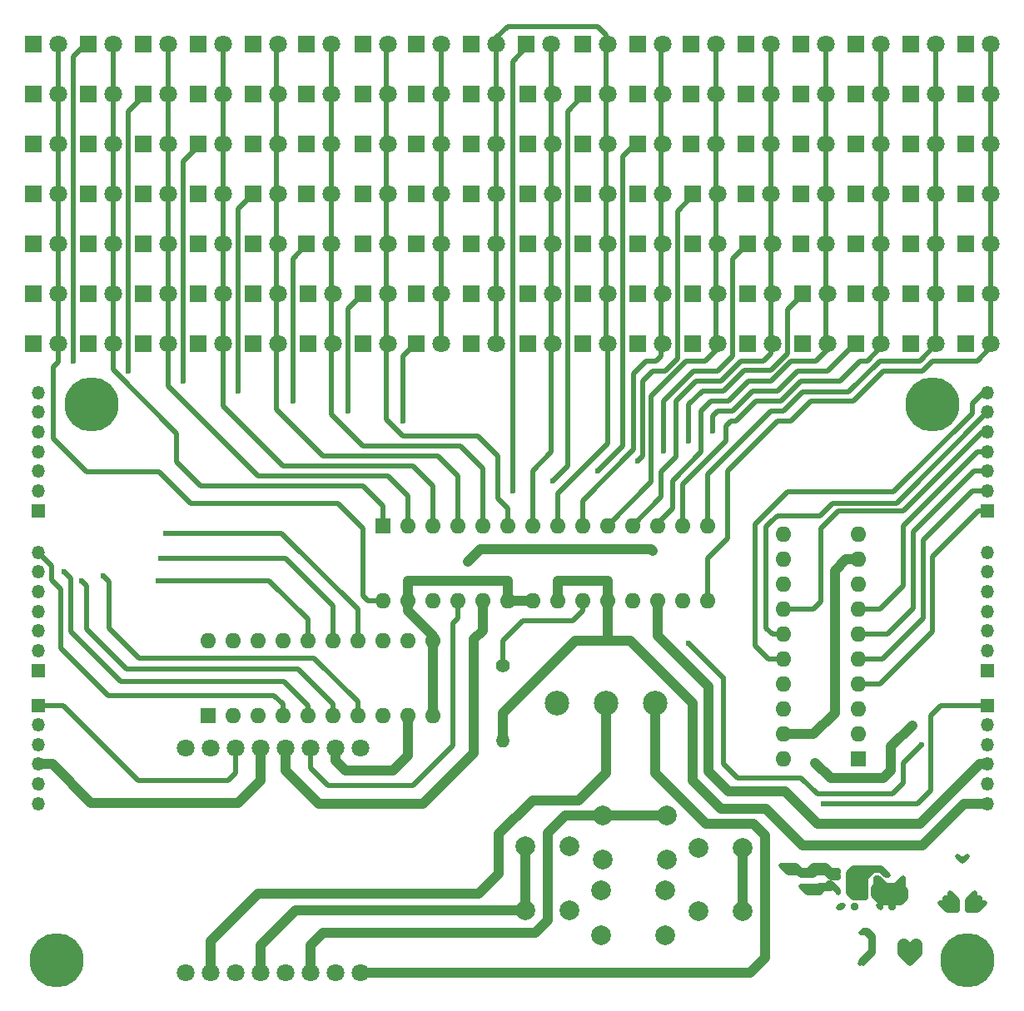
<source format=gbr>
G04 #@! TF.FileFunction,Copper,L1,Top,Signal*
%FSLAX46Y46*%
G04 Gerber Fmt 4.6, Leading zero omitted, Abs format (unit mm)*
G04 Created by KiCad (PCBNEW 4.0.7) date 01/18/18 14:45:31*
%MOMM*%
%LPD*%
G01*
G04 APERTURE LIST*
%ADD10C,0.100000*%
%ADD11R,1.800000X1.800000*%
%ADD12C,1.800000*%
%ADD13R,1.600000X1.600000*%
%ADD14O,1.600000X1.600000*%
%ADD15R,1.350000X1.350000*%
%ADD16O,1.350000X1.350000*%
%ADD17C,2.000000*%
%ADD18C,1.400000*%
%ADD19O,1.400000X1.400000*%
%ADD20C,2.500000*%
%ADD21C,5.500000*%
%ADD22C,0.600000*%
%ADD23C,0.500000*%
%ADD24C,1.000000*%
G04 APERTURE END LIST*
D10*
D11*
X99060000Y-77470000D03*
D12*
X101600000Y-77470000D03*
D13*
X183007000Y-150241000D03*
D14*
X175387000Y-127381000D03*
X183007000Y-147701000D03*
X175387000Y-129921000D03*
X183007000Y-145161000D03*
X175387000Y-132461000D03*
X183007000Y-142621000D03*
X175387000Y-135001000D03*
X183007000Y-140081000D03*
X175387000Y-137541000D03*
X183007000Y-137541000D03*
X175387000Y-140081000D03*
X183007000Y-135001000D03*
X175387000Y-142621000D03*
X183007000Y-132461000D03*
X175387000Y-145161000D03*
X183007000Y-129921000D03*
X175387000Y-147701000D03*
X183007000Y-127381000D03*
X175387000Y-150241000D03*
D15*
X196088000Y-141224000D03*
D16*
X196088000Y-139224000D03*
X196088000Y-137224000D03*
X196088000Y-135224000D03*
X196088000Y-133224000D03*
X196088000Y-131224000D03*
X196088000Y-129224000D03*
D17*
X166696000Y-159258000D03*
X171196000Y-159258000D03*
X166696000Y-165758000D03*
X171196000Y-165758000D03*
D13*
X116840000Y-145796000D03*
D14*
X139700000Y-138176000D03*
X119380000Y-145796000D03*
X137160000Y-138176000D03*
X121920000Y-145796000D03*
X134620000Y-138176000D03*
X124460000Y-145796000D03*
X132080000Y-138176000D03*
X127000000Y-145796000D03*
X129540000Y-138176000D03*
X129540000Y-145796000D03*
X127000000Y-138176000D03*
X132080000Y-145796000D03*
X124460000Y-138176000D03*
X134620000Y-145796000D03*
X121920000Y-138176000D03*
X137160000Y-145796000D03*
X119380000Y-138176000D03*
X139700000Y-145796000D03*
X116840000Y-138176000D03*
D13*
X134620000Y-126492000D03*
D14*
X167640000Y-134112000D03*
X137160000Y-126492000D03*
X165100000Y-134112000D03*
X139700000Y-126492000D03*
X162560000Y-134112000D03*
X142240000Y-126492000D03*
X160020000Y-134112000D03*
X144780000Y-126492000D03*
X157480000Y-134112000D03*
X147320000Y-126492000D03*
X154940000Y-134112000D03*
X149860000Y-126492000D03*
X152400000Y-134112000D03*
X152400000Y-126492000D03*
X149860000Y-134112000D03*
X154940000Y-126492000D03*
X147320000Y-134112000D03*
X157480000Y-126492000D03*
X144780000Y-134112000D03*
X160020000Y-126492000D03*
X142240000Y-134112000D03*
X162560000Y-126492000D03*
X139700000Y-134112000D03*
X165100000Y-126492000D03*
X137160000Y-134112000D03*
X167640000Y-126492000D03*
X134620000Y-134112000D03*
D18*
X146812000Y-140716000D03*
D19*
X146812000Y-148336000D03*
D11*
X166116000Y-107950000D03*
D12*
X168656000Y-107950000D03*
D11*
X143637000Y-107950000D03*
D12*
X146177000Y-107950000D03*
D11*
X177292000Y-107950000D03*
D12*
X179832000Y-107950000D03*
D11*
X99060000Y-82550000D03*
D12*
X101600000Y-82550000D03*
D11*
X99060000Y-87630000D03*
D12*
X101600000Y-87630000D03*
D11*
X99060000Y-92710000D03*
D12*
X101600000Y-92710000D03*
D11*
X99060000Y-97790000D03*
D12*
X101600000Y-97790000D03*
D11*
X99060000Y-102870000D03*
D12*
X101600000Y-102870000D03*
D11*
X99060000Y-107950000D03*
D12*
X101600000Y-107950000D03*
D11*
X104648000Y-77470000D03*
D12*
X107188000Y-77470000D03*
D11*
X104648000Y-82550000D03*
D12*
X107188000Y-82550000D03*
D11*
X104648000Y-87630000D03*
D12*
X107188000Y-87630000D03*
D11*
X104648000Y-92710000D03*
D12*
X107188000Y-92710000D03*
D11*
X104648000Y-97790000D03*
D12*
X107188000Y-97790000D03*
D11*
X104648000Y-102870000D03*
D12*
X107188000Y-102870000D03*
D11*
X104648000Y-107950000D03*
D12*
X107188000Y-107950000D03*
D11*
X110236000Y-77470000D03*
D12*
X112776000Y-77470000D03*
D11*
X110236000Y-82550000D03*
D12*
X112776000Y-82550000D03*
D11*
X110236000Y-87630000D03*
D12*
X112776000Y-87630000D03*
D11*
X110236000Y-92710000D03*
D12*
X112776000Y-92710000D03*
D11*
X110236000Y-97790000D03*
D12*
X112776000Y-97790000D03*
D11*
X110236000Y-102870000D03*
D12*
X112776000Y-102870000D03*
D11*
X110236000Y-107950000D03*
D12*
X112776000Y-107950000D03*
D11*
X115824000Y-77470000D03*
D12*
X118364000Y-77470000D03*
D11*
X115824000Y-82550000D03*
D12*
X118364000Y-82550000D03*
D11*
X115824000Y-87630000D03*
D12*
X118364000Y-87630000D03*
D11*
X115824000Y-92710000D03*
D12*
X118364000Y-92710000D03*
D11*
X115824000Y-97790000D03*
D12*
X118364000Y-97790000D03*
D11*
X115824000Y-102870000D03*
D12*
X118364000Y-102870000D03*
D11*
X115824000Y-107950000D03*
D12*
X118364000Y-107950000D03*
D11*
X121412000Y-77470000D03*
D12*
X123952000Y-77470000D03*
D11*
X121412000Y-82550000D03*
D12*
X123952000Y-82550000D03*
D11*
X121412000Y-87630000D03*
D12*
X123952000Y-87630000D03*
D11*
X121412000Y-92710000D03*
D12*
X123952000Y-92710000D03*
D11*
X121412000Y-97790000D03*
D12*
X123952000Y-97790000D03*
D11*
X121412000Y-102870000D03*
D12*
X123952000Y-102870000D03*
D11*
X121412000Y-107950000D03*
D12*
X123952000Y-107950000D03*
D11*
X126873000Y-77470000D03*
D12*
X129413000Y-77470000D03*
D11*
X126873000Y-82550000D03*
D12*
X129413000Y-82550000D03*
D11*
X126873000Y-87630000D03*
D12*
X129413000Y-87630000D03*
D11*
X126873000Y-92710000D03*
D12*
X129413000Y-92710000D03*
D11*
X126873000Y-97790000D03*
D12*
X129413000Y-97790000D03*
D11*
X127000000Y-102870000D03*
D12*
X129540000Y-102870000D03*
D11*
X127000000Y-107950000D03*
D12*
X129540000Y-107950000D03*
D11*
X132588000Y-77470000D03*
D12*
X135128000Y-77470000D03*
D11*
X132588000Y-82550000D03*
D12*
X135128000Y-82550000D03*
D11*
X132588000Y-87630000D03*
D12*
X135128000Y-87630000D03*
D11*
X132588000Y-92710000D03*
D12*
X135128000Y-92710000D03*
D11*
X132588000Y-97790000D03*
D12*
X135128000Y-97790000D03*
D11*
X132588000Y-102870000D03*
D12*
X135128000Y-102870000D03*
D11*
X132588000Y-107950000D03*
D12*
X135128000Y-107950000D03*
D11*
X138049000Y-77470000D03*
D12*
X140589000Y-77470000D03*
D11*
X138049000Y-82550000D03*
D12*
X140589000Y-82550000D03*
D11*
X138049000Y-87630000D03*
D12*
X140589000Y-87630000D03*
D11*
X138049000Y-92710000D03*
D12*
X140589000Y-92710000D03*
D11*
X138049000Y-97790000D03*
D12*
X140589000Y-97790000D03*
D11*
X138049000Y-102870000D03*
D12*
X140589000Y-102870000D03*
D11*
X138049000Y-107950000D03*
D12*
X140589000Y-107950000D03*
D11*
X143637000Y-77470000D03*
D12*
X146177000Y-77470000D03*
D11*
X143637000Y-82550000D03*
D12*
X146177000Y-82550000D03*
D11*
X143637000Y-87630000D03*
D12*
X146177000Y-87630000D03*
D11*
X143637000Y-92710000D03*
D12*
X146177000Y-92710000D03*
D11*
X143637000Y-97790000D03*
D12*
X146177000Y-97790000D03*
D11*
X143637000Y-102870000D03*
D12*
X146177000Y-102870000D03*
D11*
X149225000Y-77470000D03*
D12*
X151765000Y-77470000D03*
D11*
X149352000Y-82550000D03*
D12*
X151892000Y-82550000D03*
D11*
X149352000Y-87630000D03*
D12*
X151892000Y-87630000D03*
D11*
X149352000Y-92710000D03*
D12*
X151892000Y-92710000D03*
D11*
X149352000Y-97790000D03*
D12*
X151892000Y-97790000D03*
D11*
X149352000Y-102870000D03*
D12*
X151892000Y-102870000D03*
D11*
X149352000Y-107950000D03*
D12*
X151892000Y-107950000D03*
D11*
X154940000Y-77470000D03*
D12*
X157480000Y-77470000D03*
D11*
X154940000Y-82550000D03*
D12*
X157480000Y-82550000D03*
D11*
X154940000Y-87630000D03*
D12*
X157480000Y-87630000D03*
D11*
X154940000Y-92710000D03*
D12*
X157480000Y-92710000D03*
D11*
X154940000Y-97790000D03*
D12*
X157480000Y-97790000D03*
D11*
X154940000Y-102870000D03*
D12*
X157480000Y-102870000D03*
D11*
X154940000Y-107950000D03*
D12*
X157480000Y-107950000D03*
D11*
X160528000Y-77470000D03*
D12*
X163068000Y-77470000D03*
D11*
X160528000Y-82550000D03*
D12*
X163068000Y-82550000D03*
D11*
X160528000Y-87630000D03*
D12*
X163068000Y-87630000D03*
D11*
X160528000Y-92710000D03*
D12*
X163068000Y-92710000D03*
D11*
X160528000Y-97790000D03*
D12*
X163068000Y-97790000D03*
D11*
X160528000Y-102870000D03*
D12*
X163068000Y-102870000D03*
D11*
X160528000Y-107950000D03*
D12*
X163068000Y-107950000D03*
D11*
X165989000Y-77470000D03*
D12*
X168529000Y-77470000D03*
D11*
X165989000Y-82550000D03*
D12*
X168529000Y-82550000D03*
D11*
X165989000Y-87630000D03*
D12*
X168529000Y-87630000D03*
D11*
X166116000Y-92710000D03*
D12*
X168656000Y-92710000D03*
D11*
X166116000Y-97790000D03*
D12*
X168656000Y-97790000D03*
D11*
X166116000Y-102870000D03*
D12*
X168656000Y-102870000D03*
D11*
X171577000Y-77470000D03*
D12*
X174117000Y-77470000D03*
D11*
X171577000Y-82550000D03*
D12*
X174117000Y-82550000D03*
D11*
X171577000Y-87630000D03*
D12*
X174117000Y-87630000D03*
D11*
X171577000Y-92710000D03*
D12*
X174117000Y-92710000D03*
D11*
X171704000Y-97790000D03*
D12*
X174244000Y-97790000D03*
D11*
X171704000Y-102870000D03*
D12*
X174244000Y-102870000D03*
D11*
X171704000Y-107950000D03*
D12*
X174244000Y-107950000D03*
D11*
X177165000Y-77470000D03*
D12*
X179705000Y-77470000D03*
D11*
X177165000Y-82550000D03*
D12*
X179705000Y-82550000D03*
D11*
X177165000Y-87630000D03*
D12*
X179705000Y-87630000D03*
D11*
X177165000Y-92710000D03*
D12*
X179705000Y-92710000D03*
D11*
X177165000Y-97790000D03*
D12*
X179705000Y-97790000D03*
D11*
X177292000Y-102870000D03*
D12*
X179832000Y-102870000D03*
D11*
X182753000Y-77470000D03*
D12*
X185293000Y-77470000D03*
D11*
X182753000Y-82550000D03*
D12*
X185293000Y-82550000D03*
D11*
X182753000Y-87630000D03*
D12*
X185293000Y-87630000D03*
D11*
X182753000Y-92710000D03*
D12*
X185293000Y-92710000D03*
D11*
X182753000Y-97790000D03*
D12*
X185293000Y-97790000D03*
D11*
X182753000Y-102870000D03*
D12*
X185293000Y-102870000D03*
D11*
X182753000Y-107950000D03*
D12*
X185293000Y-107950000D03*
D11*
X188341000Y-77470000D03*
D12*
X190881000Y-77470000D03*
D11*
X188341000Y-82550000D03*
D12*
X190881000Y-82550000D03*
D11*
X188341000Y-87630000D03*
D12*
X190881000Y-87630000D03*
D11*
X188341000Y-92710000D03*
D12*
X190881000Y-92710000D03*
D11*
X188341000Y-97790000D03*
D12*
X190881000Y-97790000D03*
D11*
X188341000Y-102870000D03*
D12*
X190881000Y-102870000D03*
D11*
X188341000Y-107950000D03*
D12*
X190881000Y-107950000D03*
D11*
X193929000Y-77470000D03*
D12*
X196469000Y-77470000D03*
D11*
X193929000Y-82550000D03*
D12*
X196469000Y-82550000D03*
D11*
X193929000Y-87630000D03*
D12*
X196469000Y-87630000D03*
D11*
X193929000Y-92710000D03*
D12*
X196469000Y-92710000D03*
D11*
X193929000Y-97790000D03*
D12*
X196469000Y-97790000D03*
D11*
X193929000Y-102870000D03*
D12*
X196469000Y-102870000D03*
D11*
X193929000Y-107950000D03*
D12*
X196469000Y-107950000D03*
D15*
X99568000Y-144780000D03*
D16*
X99568000Y-146780000D03*
X99568000Y-148780000D03*
X99568000Y-150780000D03*
X99568000Y-152780000D03*
X99568000Y-154780000D03*
D15*
X99568000Y-124968000D03*
D16*
X99568000Y-122968000D03*
X99568000Y-120968000D03*
X99568000Y-118968000D03*
X99568000Y-116968000D03*
X99568000Y-114968000D03*
X99568000Y-112968000D03*
D15*
X99568000Y-141224000D03*
D16*
X99568000Y-139224000D03*
X99568000Y-137224000D03*
X99568000Y-135224000D03*
X99568000Y-133224000D03*
X99568000Y-131224000D03*
X99568000Y-129224000D03*
D15*
X196088000Y-124968000D03*
D16*
X196088000Y-122968000D03*
X196088000Y-120968000D03*
X196088000Y-118968000D03*
X196088000Y-116968000D03*
X196088000Y-114968000D03*
X196088000Y-112968000D03*
D15*
X196088000Y-144780000D03*
D16*
X196088000Y-146780000D03*
X196088000Y-148780000D03*
X196088000Y-150780000D03*
X196088000Y-152780000D03*
X196088000Y-154780000D03*
D20*
X157306000Y-144526000D03*
X152306000Y-144526000D03*
X162306000Y-144526000D03*
D17*
X156972000Y-160456000D03*
X156972000Y-155956000D03*
X163472000Y-160456000D03*
X163472000Y-155956000D03*
X153598000Y-165608000D03*
X149098000Y-165608000D03*
X153598000Y-159108000D03*
X149098000Y-159108000D03*
X163322000Y-163648000D03*
X163322000Y-168148000D03*
X156822000Y-163648000D03*
X156822000Y-168148000D03*
D21*
X101473000Y-170688000D03*
X194056000Y-170688000D03*
X105029000Y-114173000D03*
X190500000Y-114173000D03*
D12*
X114554000Y-149098000D03*
X117094000Y-149098000D03*
X119634000Y-149098000D03*
X122174000Y-149098000D03*
X124714000Y-149098000D03*
X127254000Y-149098000D03*
X129794000Y-149098000D03*
X132334000Y-149098000D03*
X132334000Y-171958000D03*
X129794000Y-171958000D03*
X127254000Y-171958000D03*
X124714000Y-171958000D03*
X122174000Y-171958000D03*
X119634000Y-171958000D03*
X117094000Y-171958000D03*
X114554000Y-171958000D03*
D22*
X179451000Y-154813000D03*
X176022000Y-157734000D03*
X162052000Y-129032000D03*
X143256000Y-130175000D03*
X178562000Y-150622000D03*
X188468000Y-146812000D03*
X165735000Y-138430000D03*
X189421000Y-148780000D03*
X169291000Y-141986000D03*
X103124000Y-109728000D03*
X108712000Y-110744000D03*
X114300000Y-111760000D03*
X119888000Y-112776000D03*
X125476000Y-113792000D03*
X131064000Y-114808000D03*
X136652000Y-115824000D03*
X111760000Y-132080000D03*
X147828000Y-122936000D03*
X112014000Y-129794000D03*
X151892000Y-121920000D03*
X112522000Y-127254000D03*
X156464000Y-120904000D03*
X106172000Y-131572000D03*
X160528000Y-119888000D03*
X104013000Y-132080000D03*
X163195000Y-118872000D03*
X165735000Y-117856000D03*
X102235000Y-131191000D03*
X168148000Y-116840000D03*
D23*
X193802000Y-160401000D02*
X193548000Y-160655000D01*
X194056000Y-160147000D02*
X193802000Y-160401000D01*
X193040000Y-160147000D02*
X193294000Y-160401000D01*
X193294000Y-160401000D02*
X193802000Y-160401000D01*
X193548000Y-160655000D02*
X193040000Y-160147000D01*
X194056000Y-165354000D02*
X194310000Y-165608000D01*
X194818000Y-165100000D02*
X194818000Y-165354000D01*
X194310000Y-165608000D02*
X194818000Y-165100000D01*
X194056000Y-165354000D02*
X194056000Y-165608000D01*
X195072000Y-165608000D02*
X194056000Y-165608000D01*
X195072000Y-165608000D02*
X195326000Y-165354000D01*
X195326000Y-165354000D02*
X195580000Y-165100000D01*
X194056000Y-164592000D02*
X194056000Y-165354000D01*
X195580000Y-165100000D02*
X194056000Y-165100000D01*
X194056000Y-164846000D02*
X195326000Y-164846000D01*
X194056000Y-165100000D02*
X194056000Y-164846000D01*
X195326000Y-164846000D02*
X195326000Y-164592000D01*
X195326000Y-164592000D02*
X194056000Y-164592000D01*
X194056000Y-164592000D02*
X194310000Y-164338000D01*
X194310000Y-164338000D02*
X194818000Y-164338000D01*
X194818000Y-163830000D02*
X194056000Y-164592000D01*
X194818000Y-164338000D02*
X195326000Y-164338000D01*
X195326000Y-164846000D02*
X195834000Y-164846000D01*
X195834000Y-164846000D02*
X195580000Y-165100000D01*
X195326000Y-164338000D02*
X195326000Y-164846000D01*
X194818000Y-163830000D02*
X194818000Y-164338000D01*
X192278000Y-164846000D02*
X192024000Y-164592000D01*
X192659000Y-165481000D02*
X192405000Y-165481000D01*
X192278000Y-164592000D02*
X192278000Y-164846000D01*
X192278000Y-164846000D02*
X192278000Y-165354000D01*
X192532000Y-164846000D02*
X192278000Y-164592000D01*
X192532000Y-165354000D02*
X192532000Y-164846000D01*
X192405000Y-165481000D02*
X192532000Y-165354000D01*
X192278000Y-165354000D02*
X192278000Y-165100000D01*
X192278000Y-165100000D02*
X192278000Y-165354000D01*
X193040000Y-164973000D02*
X193040000Y-165100000D01*
X193040000Y-165100000D02*
X192659000Y-165481000D01*
X192659000Y-165481000D02*
X192532000Y-165608000D01*
X191770000Y-164846000D02*
X191262000Y-164846000D01*
X192024000Y-165608000D02*
X193040000Y-165608000D01*
X191262000Y-164846000D02*
X192024000Y-165608000D01*
X192532000Y-165608000D02*
X192278000Y-165354000D01*
X192278000Y-165354000D02*
X191770000Y-164846000D01*
X193040000Y-165608000D02*
X193040000Y-164973000D01*
X193040000Y-165100000D02*
X192278000Y-164338000D01*
X192532000Y-165608000D02*
X193040000Y-165608000D01*
X193040000Y-165354000D02*
X193040000Y-164592000D01*
X192786000Y-164338000D02*
X193040000Y-164592000D01*
X191770000Y-164338000D02*
X192278000Y-164338000D01*
X191770000Y-164338000D02*
X191770000Y-164846000D01*
X192278000Y-164338000D02*
X192278000Y-163830000D01*
X192278000Y-163830000D02*
X192786000Y-164338000D01*
X193040000Y-165608000D02*
X193040000Y-165354000D01*
X183515000Y-167640000D02*
X183896000Y-167640000D01*
X183515000Y-170942000D02*
X183515000Y-171069000D01*
X184531000Y-169926000D02*
X183515000Y-170942000D01*
X184531000Y-168275000D02*
X184531000Y-169926000D01*
X183896000Y-167640000D02*
X184531000Y-168275000D01*
X183261000Y-167894000D02*
X183769000Y-167894000D01*
X183261000Y-170942000D02*
X183134000Y-171069000D01*
X183261000Y-170815000D02*
X183261000Y-170942000D01*
X184277000Y-169799000D02*
X183261000Y-170815000D01*
X184277000Y-168402000D02*
X184277000Y-169799000D01*
X183769000Y-167894000D02*
X184277000Y-168402000D01*
X188976000Y-169799000D02*
X188214000Y-170561000D01*
X188214000Y-170561000D02*
X188214000Y-170307000D01*
X188214000Y-170307000D02*
X188214000Y-170561000D01*
X188976000Y-170053000D02*
X188976000Y-169799000D01*
X188976000Y-169799000D02*
X188976000Y-169291000D01*
X188976000Y-169291000D02*
X188722000Y-169291000D01*
X188722000Y-168783000D02*
X188722000Y-169291000D01*
X188722000Y-169291000D02*
X188722000Y-169545000D01*
X188722000Y-168783000D02*
X188722000Y-169037000D01*
X188722000Y-169037000D02*
X188722000Y-168783000D01*
X188214000Y-170561000D02*
X188468000Y-170561000D01*
X188468000Y-170561000D02*
X188976000Y-170053000D01*
X187452000Y-169799000D02*
X188214000Y-170561000D01*
X188214000Y-170561000D02*
X188214000Y-170561000D01*
X188976000Y-170053000D02*
X188976000Y-170307000D01*
X187452000Y-169799000D02*
X187960000Y-169799000D01*
X187960000Y-169799000D02*
X188214000Y-169545000D01*
X188214000Y-169545000D02*
X188722000Y-169545000D01*
X188722000Y-169545000D02*
X188214000Y-170053000D01*
X187452000Y-169291000D02*
X187452000Y-169799000D01*
X187706000Y-169545000D02*
X187706000Y-168783000D01*
X188214000Y-169545000D02*
X187706000Y-169545000D01*
X187706000Y-168783000D02*
X187706000Y-169037000D01*
X187706000Y-169037000D02*
X187706000Y-168783000D01*
X187706000Y-168783000D02*
X187452000Y-168783000D01*
X187452000Y-168783000D02*
X187198000Y-169037000D01*
X187198000Y-169037000D02*
X187198000Y-170053000D01*
X187198000Y-170053000D02*
X188214000Y-171069000D01*
X188214000Y-171069000D02*
X188976000Y-170307000D01*
X187960000Y-169037000D02*
X187706000Y-168783000D01*
X188976000Y-170307000D02*
X189230000Y-170053000D01*
X189230000Y-170053000D02*
X189230000Y-169037000D01*
X189230000Y-169037000D02*
X188976000Y-168783000D01*
X188976000Y-168783000D02*
X188722000Y-168783000D01*
X188722000Y-168783000D02*
X188722000Y-168783000D01*
X188722000Y-168783000D02*
X188214000Y-169291000D01*
X188214000Y-169291000D02*
X187960000Y-169037000D01*
X187706000Y-168783000D02*
X187706000Y-168783000D01*
X179324000Y-163068000D02*
X178816000Y-163576000D01*
X177927000Y-163576000D02*
X177800000Y-163449000D01*
X178816000Y-163576000D02*
X177927000Y-163576000D01*
X177800000Y-163830000D02*
X179070000Y-163830000D01*
X178943000Y-163195000D02*
X179070000Y-163068000D01*
X179578000Y-163068000D02*
X179324000Y-163068000D01*
X179324000Y-163068000D02*
X179070000Y-163068000D01*
X177165000Y-163195000D02*
X178943000Y-163195000D01*
X179070000Y-163830000D02*
X179451000Y-163449000D01*
X180213000Y-163449000D02*
X179451000Y-163449000D01*
X180213000Y-163068000D02*
X180213000Y-162814000D01*
X179578000Y-163068000D02*
X180213000Y-163068000D01*
X177165000Y-163195000D02*
X177800000Y-163830000D01*
X176657000Y-161290000D02*
X176530000Y-161417000D01*
X176530000Y-161417000D02*
X176276000Y-161671000D01*
X176276000Y-161671000D02*
X176403000Y-161798000D01*
X175895000Y-161290000D02*
X176403000Y-161798000D01*
X176403000Y-161798000D02*
X176149000Y-161798000D01*
X179705000Y-161290000D02*
X179451000Y-161544000D01*
X178689000Y-161544000D02*
X178689000Y-161290000D01*
X178435000Y-161544000D02*
X178689000Y-161544000D01*
X178943000Y-161544000D02*
X178435000Y-161544000D01*
X179197000Y-161290000D02*
X178943000Y-161544000D01*
X179451000Y-161544000D02*
X179197000Y-161290000D01*
X180975000Y-162052000D02*
X179959000Y-162052000D01*
X180213000Y-162306000D02*
X180975000Y-162306000D01*
X180975000Y-162306000D02*
X180975000Y-162052000D01*
X180213000Y-162052000D02*
X180213000Y-162306000D01*
X179959000Y-162052000D02*
X180213000Y-162052000D01*
X178689000Y-161798000D02*
X179705000Y-161798000D01*
X179705000Y-161798000D02*
X180213000Y-162306000D01*
X176657000Y-161798000D02*
X176911000Y-161798000D01*
X176149000Y-161798000D02*
X176657000Y-161798000D01*
X178435000Y-162052000D02*
X178689000Y-161798000D01*
X177165000Y-162052000D02*
X178435000Y-162052000D01*
X176911000Y-161798000D02*
X177165000Y-162052000D01*
X175387000Y-161290000D02*
X175895000Y-161798000D01*
X175895000Y-161798000D02*
X176149000Y-161798000D01*
X180213000Y-162306000D02*
X180213000Y-162306000D01*
X175133000Y-161036000D02*
X175387000Y-161290000D01*
X175387000Y-161036000D02*
X175133000Y-161036000D01*
X176911000Y-161544000D02*
X176657000Y-161290000D01*
X175387000Y-161290000D02*
X175895000Y-161290000D01*
X175895000Y-161290000D02*
X176911000Y-161290000D01*
X176911000Y-161290000D02*
X176657000Y-161290000D01*
X178689000Y-161290000D02*
X178181000Y-161798000D01*
X178181000Y-161798000D02*
X177165000Y-161798000D01*
X177165000Y-161798000D02*
X176911000Y-161544000D01*
X176657000Y-161036000D02*
X175387000Y-161036000D01*
X176657000Y-161036000D02*
X177165000Y-161544000D01*
X180975000Y-161544000D02*
X180213000Y-161544000D01*
X180213000Y-161544000D02*
X179705000Y-161036000D01*
X179705000Y-161036000D02*
X178435000Y-161036000D01*
X178435000Y-161036000D02*
X177927000Y-161544000D01*
X177927000Y-161544000D02*
X177165000Y-161544000D01*
X180975000Y-161798000D02*
X180213000Y-161798000D01*
X178689000Y-161290000D02*
X178689000Y-161290000D01*
X180213000Y-161798000D02*
X179705000Y-161290000D01*
X180975000Y-161544000D02*
X180975000Y-161798000D01*
X180848000Y-163703000D02*
X180975000Y-163830000D01*
X179959000Y-162814000D02*
X180213000Y-162814000D01*
X180975000Y-163576000D02*
X180213000Y-162814000D01*
X180213000Y-162814000D02*
X180213000Y-162814000D01*
X180848000Y-163703000D02*
X179959000Y-162814000D01*
X180975000Y-163830000D02*
X180848000Y-163703000D01*
X185547000Y-163322000D02*
X185547000Y-163576000D01*
X185547000Y-163576000D02*
X185293000Y-163830000D01*
X186817000Y-163322000D02*
X186817000Y-163830000D01*
X186817000Y-163830000D02*
X187071000Y-163830000D01*
X186055000Y-163322000D02*
X186055000Y-163830000D01*
X186055000Y-163830000D02*
X186309000Y-163830000D01*
X187198000Y-162687000D02*
X187198000Y-163449000D01*
X187198000Y-163449000D02*
X187325000Y-163576000D01*
X185293000Y-163830000D02*
X186309000Y-163830000D01*
X186309000Y-163830000D02*
X186563000Y-163576000D01*
X185801000Y-163576000D02*
X185547000Y-163322000D01*
X185547000Y-163322000D02*
X185039000Y-162814000D01*
X185039000Y-162814000D02*
X185039000Y-163322000D01*
X187579000Y-163322000D02*
X186817000Y-163322000D01*
X186817000Y-163322000D02*
X186055000Y-163322000D01*
X186055000Y-163322000D02*
X185293000Y-163322000D01*
X187833000Y-163830000D02*
X187071000Y-163830000D01*
X187071000Y-163830000D02*
X185293000Y-163830000D01*
X185547000Y-164338000D02*
X185293000Y-164338000D01*
X185039000Y-164084000D02*
X185039000Y-164338000D01*
X185293000Y-164338000D02*
X185039000Y-164084000D01*
X185547000Y-164084000D02*
X185547000Y-164338000D01*
X185547000Y-164338000D02*
X185293000Y-164592000D01*
X185547000Y-164084000D02*
X185801000Y-164084000D01*
X185801000Y-164084000D02*
X186055000Y-164338000D01*
X187833000Y-164338000D02*
X186309000Y-164338000D01*
X187579000Y-164084000D02*
X185547000Y-164084000D01*
X185547000Y-164084000D02*
X185293000Y-163830000D01*
X185293000Y-163830000D02*
X185039000Y-163576000D01*
X185039000Y-163576000D02*
X185039000Y-163322000D01*
X184785000Y-163322000D02*
X184785000Y-164084000D01*
X184785000Y-164084000D02*
X185039000Y-164338000D01*
X185039000Y-164338000D02*
X185293000Y-164592000D01*
X185293000Y-164592000D02*
X187579000Y-164592000D01*
X185039000Y-163322000D02*
X184785000Y-163322000D01*
X184785000Y-163322000D02*
X184531000Y-163322000D01*
X187833000Y-164084000D02*
X187833000Y-163830000D01*
X187833000Y-163830000D02*
X187833000Y-163576000D01*
X184785000Y-163068000D02*
X184531000Y-163322000D01*
X184785000Y-162306000D02*
X184785000Y-163068000D01*
X185039000Y-162306000D02*
X184785000Y-162306000D01*
X185801000Y-163068000D02*
X185039000Y-162306000D01*
X186817000Y-163068000D02*
X185801000Y-163068000D01*
X187833000Y-163576000D02*
X187579000Y-163322000D01*
X187579000Y-163322000D02*
X187579000Y-162306000D01*
X187579000Y-162306000D02*
X187198000Y-162687000D01*
X187198000Y-162687000D02*
X186817000Y-163068000D01*
X187833000Y-164084000D02*
X187579000Y-164084000D01*
X187071000Y-164846000D02*
X187325000Y-164846000D01*
X184531000Y-163322000D02*
X184531000Y-164084000D01*
X184531000Y-164084000D02*
X185293000Y-164846000D01*
X185293000Y-164846000D02*
X187071000Y-164846000D01*
X187325000Y-164846000D02*
X187579000Y-164592000D01*
X187579000Y-164592000D02*
X187833000Y-164338000D01*
X187833000Y-164338000D02*
X187833000Y-164084000D01*
X186309000Y-165100000D02*
X186309000Y-165354000D01*
X186563000Y-165354000D02*
X186563000Y-165100000D01*
X186309000Y-165354000D02*
X186563000Y-165354000D01*
X185039000Y-165100000D02*
X185293000Y-165354000D01*
X185293000Y-165354000D02*
X185293000Y-165100000D01*
X182499000Y-165100000D02*
X182499000Y-165354000D01*
X182499000Y-165354000D02*
X182753000Y-165354000D01*
X182753000Y-165100000D02*
X182499000Y-165100000D01*
X182753000Y-165354000D02*
X182753000Y-165100000D01*
X180975000Y-165354000D02*
X181229000Y-165354000D01*
X181229000Y-165100000D02*
X180975000Y-165354000D01*
X181483000Y-165100000D02*
X181229000Y-165100000D01*
X181229000Y-165354000D02*
X181483000Y-165100000D01*
X182499000Y-164338000D02*
X183515000Y-164338000D01*
X181991000Y-163830000D02*
X181991000Y-161798000D01*
X181991000Y-161798000D02*
X182499000Y-161290000D01*
X182499000Y-161290000D02*
X185293000Y-161290000D01*
X185293000Y-161290000D02*
X186055000Y-162052000D01*
X186055000Y-162052000D02*
X185801000Y-162052000D01*
X185801000Y-162052000D02*
X185293000Y-161544000D01*
X185293000Y-161544000D02*
X184785000Y-161544000D01*
X182499000Y-164338000D02*
X181991000Y-163830000D01*
X182626000Y-163957000D02*
X182880000Y-163703000D01*
X182880000Y-163703000D02*
X182372000Y-163703000D01*
X182372000Y-163703000D02*
X182880000Y-163195000D01*
X182880000Y-163195000D02*
X182626000Y-162941000D01*
X182880000Y-163703000D02*
X182880000Y-162687000D01*
X183007000Y-162560000D02*
X183261000Y-162306000D01*
X183261000Y-162306000D02*
X183261000Y-162814000D01*
X182880000Y-162687000D02*
X183007000Y-162560000D01*
X183515000Y-164338000D02*
X183515000Y-162560000D01*
X183515000Y-162560000D02*
X183515000Y-162306000D01*
X183515000Y-162306000D02*
X183515000Y-162560000D01*
X183261000Y-164084000D02*
X182880000Y-163703000D01*
X183261000Y-164084000D02*
X183261000Y-162814000D01*
X183769000Y-161925000D02*
X183769000Y-162306000D01*
X183769000Y-162306000D02*
X183515000Y-162560000D01*
X183515000Y-162560000D02*
X183261000Y-162814000D01*
X183769000Y-161925000D02*
X183388000Y-161925000D01*
X183388000Y-161925000D02*
X183007000Y-162306000D01*
X183261000Y-162814000D02*
X183261000Y-161925000D01*
X183261000Y-161925000D02*
X183261000Y-162052000D01*
X183261000Y-162052000D02*
X183261000Y-161925000D01*
X182372000Y-161925000D02*
X182372000Y-163703000D01*
X182372000Y-163703000D02*
X182626000Y-163957000D01*
X182626000Y-163957000D02*
X182753000Y-164084000D01*
X184150000Y-161925000D02*
X183769000Y-161925000D01*
X183769000Y-161925000D02*
X183261000Y-161925000D01*
X183261000Y-161925000D02*
X182372000Y-161925000D01*
X182372000Y-161925000D02*
X182245000Y-162052000D01*
X183515000Y-164338000D02*
X183769000Y-164338000D01*
X183769000Y-164338000D02*
X183769000Y-162306000D01*
X183007000Y-161544000D02*
X184785000Y-161544000D01*
X184531000Y-161544000D02*
X184785000Y-161544000D01*
X184277000Y-161798000D02*
X184150000Y-161925000D01*
X183769000Y-162306000D02*
X184277000Y-161798000D01*
X184150000Y-161925000D02*
X184531000Y-161544000D01*
X182626000Y-161671000D02*
X182626000Y-162941000D01*
X182626000Y-162941000D02*
X182753000Y-163068000D01*
X182499000Y-161798000D02*
X182626000Y-161671000D01*
X182626000Y-161671000D02*
X182753000Y-161544000D01*
X107188000Y-107950000D02*
X107188000Y-110617000D01*
X113665000Y-117094000D02*
X113665000Y-120015000D01*
X107188000Y-110617000D02*
X113665000Y-117094000D01*
X107188000Y-108712000D02*
X107188000Y-107950000D01*
X116078000Y-122428000D02*
X132588000Y-122428000D01*
X132588000Y-122428000D02*
X134620000Y-124460000D01*
X134620000Y-126492000D02*
X134620000Y-124460000D01*
X113665000Y-120015000D02*
X116078000Y-122428000D01*
X107188000Y-102870000D02*
X107188000Y-107950000D01*
X107188000Y-97790000D02*
X107188000Y-102870000D01*
X107188000Y-92710000D02*
X107188000Y-97790000D01*
X107188000Y-87630000D02*
X107188000Y-92710000D01*
X107188000Y-82550000D02*
X107188000Y-87630000D01*
X107188000Y-77470000D02*
X107188000Y-82550000D01*
X169672000Y-127762000D02*
X169672000Y-120904000D01*
X176149000Y-115824000D02*
X178181000Y-113792000D01*
X174752000Y-115824000D02*
X176149000Y-115824000D01*
X169672000Y-120904000D02*
X174752000Y-115824000D01*
X185547000Y-110744000D02*
X182499000Y-113792000D01*
X182499000Y-113792000D02*
X178181000Y-113792000D01*
X190500000Y-109728000D02*
X195072000Y-109728000D01*
X196469000Y-108331000D02*
X195072000Y-109728000D01*
X167640000Y-129794000D02*
X167640000Y-134112000D01*
X167640000Y-129794000D02*
X169672000Y-127762000D01*
X189484000Y-110744000D02*
X190500000Y-109728000D01*
X185547000Y-110744000D02*
X189484000Y-110744000D01*
X196469000Y-108331000D02*
X196469000Y-107950000D01*
X196596000Y-108077000D02*
X196469000Y-107950000D01*
X196469000Y-102870000D02*
X196469000Y-107950000D01*
X196469000Y-97790000D02*
X196469000Y-102870000D01*
X196469000Y-92710000D02*
X196469000Y-97790000D01*
X196469000Y-87630000D02*
X196469000Y-92710000D01*
X196469000Y-82550000D02*
X196469000Y-87630000D01*
X196469000Y-77470000D02*
X196469000Y-82550000D01*
X112776000Y-107950000D02*
X112776000Y-112268000D01*
X121920000Y-121412000D02*
X112776000Y-112268000D01*
X137160000Y-123444000D02*
X137160000Y-126492000D01*
X137160000Y-123444000D02*
X135128000Y-121412000D01*
X135128000Y-121412000D02*
X121920000Y-121412000D01*
X112776000Y-82550000D02*
X112776000Y-77470000D01*
X112776000Y-87630000D02*
X112776000Y-82550000D01*
X112776000Y-92710000D02*
X112776000Y-87630000D01*
X112776000Y-97790000D02*
X112776000Y-92710000D01*
X112776000Y-102870000D02*
X112776000Y-97790000D01*
X112776000Y-107950000D02*
X112776000Y-102870000D01*
X139700000Y-126492000D02*
X139700000Y-122428000D01*
X137668000Y-120396000D02*
X139700000Y-122428000D01*
X124460000Y-120396000D02*
X118364000Y-114300000D01*
X118364000Y-114300000D02*
X118364000Y-107950000D01*
X124460000Y-120396000D02*
X137668000Y-120396000D01*
X118364000Y-102870000D02*
X118364000Y-107950000D01*
X118364000Y-97790000D02*
X118364000Y-102870000D01*
X118364000Y-92710000D02*
X118364000Y-97790000D01*
X118364000Y-87630000D02*
X118364000Y-92710000D01*
X118364000Y-82550000D02*
X118364000Y-87630000D01*
X118364000Y-77470000D02*
X118364000Y-82550000D01*
D24*
X195295000Y-150780000D02*
X196088000Y-150780000D01*
X192405000Y-153670000D02*
X195295000Y-150780000D01*
X188341000Y-156845000D02*
X178816000Y-156845000D01*
X167767000Y-142875000D02*
X162560000Y-137668000D01*
X162560000Y-137668000D02*
X162560000Y-134112000D01*
X167767000Y-151511000D02*
X167767000Y-142875000D01*
X169799000Y-153543000D02*
X167767000Y-151511000D01*
X175514000Y-153543000D02*
X178816000Y-156845000D01*
X169799000Y-153543000D02*
X175514000Y-153543000D01*
X189230000Y-156845000D02*
X192405000Y-153670000D01*
X188341000Y-156845000D02*
X189230000Y-156845000D01*
X195295000Y-150780000D02*
X195072000Y-151003000D01*
D23*
X142240000Y-126492000D02*
X142240000Y-121412000D01*
X142240000Y-121412000D02*
X140208000Y-119380000D01*
X123825000Y-107950000D02*
X123825000Y-114681000D01*
X140208000Y-119380000D02*
X128524000Y-119380000D01*
X123825000Y-114681000D02*
X128524000Y-119380000D01*
X123825000Y-82550000D02*
X123825000Y-77470000D01*
X123825000Y-87630000D02*
X123825000Y-82550000D01*
X123825000Y-92710000D02*
X123825000Y-87630000D01*
X123825000Y-97790000D02*
X123825000Y-92710000D01*
X123825000Y-102870000D02*
X123825000Y-97790000D01*
X123825000Y-107950000D02*
X123825000Y-102870000D01*
X119634000Y-149098000D02*
X119634000Y-151638000D01*
X118872000Y-152400000D02*
X119634000Y-151638000D01*
X102108000Y-144780000D02*
X99568000Y-144780000D01*
X109728000Y-152400000D02*
X118872000Y-152400000D01*
X102108000Y-144780000D02*
X109728000Y-152400000D01*
X190373000Y-145796000D02*
X190373000Y-153416000D01*
X188976000Y-154813000D02*
X179451000Y-154813000D01*
X190373000Y-153416000D02*
X188976000Y-154813000D01*
X191389000Y-144780000D02*
X196088000Y-144780000D01*
X190373000Y-145796000D02*
X191389000Y-144780000D01*
X144780000Y-120650000D02*
X142494000Y-118364000D01*
X142494000Y-118364000D02*
X132588000Y-118364000D01*
X132588000Y-118364000D02*
X129413000Y-115189000D01*
X129413000Y-107950000D02*
X129413000Y-115189000D01*
X144780000Y-120650000D02*
X144780000Y-126492000D01*
X129413000Y-82550000D02*
X129413000Y-77470000D01*
X129413000Y-87630000D02*
X129413000Y-82550000D01*
X129413000Y-92710000D02*
X129413000Y-87630000D01*
X129413000Y-97790000D02*
X129413000Y-92710000D01*
X129413000Y-102870000D02*
X129413000Y-97790000D01*
X129413000Y-107950000D02*
X129413000Y-102870000D01*
D24*
X189230000Y-159004000D02*
X189484000Y-159004000D01*
X193708000Y-154780000D02*
X196088000Y-154780000D01*
X189484000Y-159004000D02*
X193708000Y-154780000D01*
X196088000Y-154780000D02*
X195994000Y-154780000D01*
X189230000Y-159004000D02*
X177292000Y-159004000D01*
X177292000Y-159004000D02*
X176022000Y-157734000D01*
X176022000Y-157734000D02*
X173609000Y-155321000D01*
X166116000Y-152400000D02*
X166116000Y-144526000D01*
X169037000Y-155321000D02*
X166116000Y-152400000D01*
X169037000Y-155321000D02*
X173609000Y-155321000D01*
X157480000Y-138176000D02*
X159766000Y-138176000D01*
X166116000Y-144526000D02*
X159766000Y-138176000D01*
X154178000Y-138176000D02*
X157480000Y-138176000D01*
X146812000Y-145542000D02*
X154178000Y-138176000D01*
X146812000Y-148336000D02*
X146812000Y-145542000D01*
X157480000Y-138176000D02*
X157480000Y-134112000D01*
X152400000Y-134112000D02*
X152400000Y-132080000D01*
X157480000Y-132080000D02*
X157480000Y-134112000D01*
X152400000Y-132080000D02*
X157480000Y-132080000D01*
D23*
X147320000Y-126492000D02*
X147320000Y-124714000D01*
X146304000Y-123698000D02*
X146304000Y-119380000D01*
X147320000Y-124714000D02*
X146304000Y-123698000D01*
X135001000Y-115697000D02*
X135001000Y-107950000D01*
X144272000Y-117348000D02*
X146304000Y-119380000D01*
X136652000Y-117348000D02*
X144272000Y-117348000D01*
X135001000Y-115697000D02*
X136652000Y-117348000D01*
X135001000Y-102870000D02*
X135001000Y-107950000D01*
X135001000Y-97790000D02*
X135001000Y-102870000D01*
X135001000Y-92710000D02*
X135001000Y-97790000D01*
X135001000Y-87630000D02*
X135001000Y-91821000D01*
X135001000Y-91821000D02*
X135001000Y-92710000D01*
X135001000Y-87630000D02*
X135001000Y-83439000D01*
X135001000Y-83439000D02*
X135001000Y-82550000D01*
X135001000Y-77470000D02*
X135001000Y-82550000D01*
X154940000Y-134112000D02*
X154940000Y-135128000D01*
X148844000Y-136144000D02*
X153924000Y-136144000D01*
X146812000Y-138176000D02*
X148844000Y-136144000D01*
X146812000Y-138176000D02*
X146812000Y-140716000D01*
X153924000Y-136144000D02*
X154940000Y-135128000D01*
X149860000Y-126492000D02*
X149860000Y-120904000D01*
X151765000Y-118999000D02*
X151765000Y-107950000D01*
X149860000Y-120904000D02*
X151765000Y-118999000D01*
X140716000Y-108077000D02*
X140589000Y-107950000D01*
X140589000Y-77470000D02*
X140589000Y-82550000D01*
X140589000Y-87630000D02*
X140589000Y-82550000D01*
X140589000Y-92710000D02*
X140589000Y-87630000D01*
X140589000Y-97790000D02*
X140589000Y-92710000D01*
X140589000Y-102870000D02*
X140589000Y-97790000D01*
X140589000Y-107950000D02*
X140589000Y-102870000D01*
X151765000Y-82550000D02*
X151765000Y-77470000D01*
X151765000Y-87630000D02*
X151765000Y-82550000D01*
X151765000Y-92710000D02*
X151765000Y-87630000D01*
X151765000Y-97790000D02*
X151765000Y-92710000D01*
X151765000Y-102870000D02*
X151765000Y-97790000D01*
X151765000Y-107950000D02*
X151765000Y-102870000D01*
X152400000Y-126492000D02*
X152400000Y-123190000D01*
X152400000Y-123190000D02*
X157480000Y-118110000D01*
X157480000Y-118110000D02*
X157480000Y-108077000D01*
X157480000Y-108077000D02*
X157353000Y-107950000D01*
X146177000Y-77470000D02*
X146177000Y-76835000D01*
X146177000Y-76835000D02*
X147320000Y-75692000D01*
X156464000Y-75692000D02*
X157353000Y-76581000D01*
X147320000Y-75692000D02*
X156464000Y-75692000D01*
X157353000Y-76581000D02*
X157353000Y-77470000D01*
X146177000Y-102870000D02*
X146177000Y-107950000D01*
X146177000Y-97790000D02*
X146177000Y-102870000D01*
X146177000Y-92710000D02*
X146177000Y-97790000D01*
X146177000Y-87630000D02*
X146177000Y-92710000D01*
X146177000Y-82550000D02*
X146177000Y-87630000D01*
X146177000Y-77470000D02*
X146177000Y-82550000D01*
X157353000Y-107950000D02*
X157353000Y-102870000D01*
X157353000Y-102870000D02*
X157353000Y-97790000D01*
X157353000Y-97790000D02*
X157353000Y-92710000D01*
X157353000Y-92710000D02*
X157353000Y-87630000D01*
X157353000Y-87630000D02*
X157353000Y-82550000D01*
X157353000Y-82550000D02*
X157353000Y-77470000D01*
D24*
X180594000Y-131064000D02*
X180594000Y-145542000D01*
X181737000Y-129921000D02*
X180594000Y-131064000D01*
X183007000Y-129921000D02*
X181737000Y-129921000D01*
X178435000Y-147701000D02*
X175387000Y-147701000D01*
X180594000Y-145542000D02*
X178435000Y-147701000D01*
X137160000Y-145796000D02*
X137160000Y-149860000D01*
X137160000Y-149860000D02*
X135636000Y-151384000D01*
X139700000Y-145796000D02*
X139700000Y-138176000D01*
X137160000Y-134112000D02*
X137160000Y-135128000D01*
X137160000Y-135128000D02*
X139700000Y-137668000D01*
X139700000Y-138176000D02*
X139700000Y-137668000D01*
X99696000Y-152908000D02*
X99568000Y-152780000D01*
X147320000Y-134112000D02*
X149860000Y-134112000D01*
X137160000Y-134112000D02*
X137160000Y-132080000D01*
X147320000Y-132080000D02*
X147320000Y-134112000D01*
X137160000Y-132080000D02*
X147320000Y-132080000D01*
X135636000Y-151384000D02*
X130810000Y-151384000D01*
X130810000Y-151384000D02*
X129794000Y-150368000D01*
X129794000Y-150368000D02*
X129794000Y-149098000D01*
D23*
X154940000Y-126492000D02*
X154940000Y-123952000D01*
X162433000Y-109728000D02*
X162941000Y-109220000D01*
X161417000Y-109728000D02*
X162433000Y-109728000D01*
X160147000Y-110998000D02*
X161417000Y-109728000D01*
X160147000Y-118745000D02*
X160147000Y-110998000D01*
X154940000Y-123952000D02*
X160147000Y-118745000D01*
X162941000Y-109220000D02*
X162941000Y-107950000D01*
X162941000Y-102870000D02*
X162941000Y-107950000D01*
X162941000Y-97790000D02*
X162941000Y-102870000D01*
X162941000Y-92710000D02*
X162941000Y-97790000D01*
X162941000Y-87630000D02*
X162941000Y-92710000D01*
X162941000Y-82550000D02*
X162941000Y-87630000D01*
X162941000Y-77470000D02*
X162941000Y-82550000D01*
X165481000Y-109728000D02*
X161925000Y-113284000D01*
X167386000Y-109728000D02*
X165481000Y-109728000D01*
X168656000Y-108458000D02*
X167386000Y-109728000D01*
X161925000Y-113284000D02*
X161925000Y-122047000D01*
X168656000Y-107950000D02*
X168656000Y-108458000D01*
X157480000Y-126492000D02*
X161925000Y-122047000D01*
X168656000Y-108077000D02*
X168529000Y-107950000D01*
X168529000Y-82550000D02*
X168529000Y-77470000D01*
X168529000Y-87630000D02*
X168529000Y-82550000D01*
X168529000Y-92710000D02*
X168529000Y-87630000D01*
X168529000Y-97790000D02*
X168529000Y-92710000D01*
X168529000Y-102870000D02*
X168529000Y-97790000D01*
X168529000Y-107950000D02*
X168529000Y-102870000D01*
D24*
X144780000Y-134112000D02*
X144780000Y-137160000D01*
X143891000Y-149606000D02*
X143891000Y-138049000D01*
X138684000Y-154813000D02*
X143891000Y-149606000D01*
X143891000Y-138049000D02*
X144780000Y-137160000D01*
X144526000Y-128905000D02*
X143256000Y-130175000D01*
X161925000Y-128905000D02*
X144526000Y-128905000D01*
X162052000Y-129032000D02*
X161925000Y-128905000D01*
X185483500Y-152209500D02*
X180149500Y-152209500D01*
X180149500Y-152209500D02*
X178562000Y-150622000D01*
X186309000Y-151384000D02*
X186309000Y-148971000D01*
X186309000Y-151384000D02*
X185483500Y-152209500D01*
X186309000Y-148971000D02*
X188468000Y-146812000D01*
D23*
X196056000Y-146812000D02*
X196088000Y-146780000D01*
D24*
X128143000Y-154813000D02*
X138684000Y-154813000D01*
X124714000Y-151384000D02*
X128143000Y-154813000D01*
X124714000Y-151384000D02*
X124714000Y-149098000D01*
D23*
X164465000Y-113792000D02*
X164465000Y-119507000D01*
X166497000Y-111760000D02*
X164465000Y-113792000D01*
X173355000Y-109728000D02*
X171069000Y-109728000D01*
X171069000Y-109728000D02*
X169037000Y-111760000D01*
X169037000Y-111760000D02*
X166497000Y-111760000D01*
X162941000Y-121031000D02*
X162941000Y-123571000D01*
X164465000Y-119507000D02*
X162941000Y-121031000D01*
X173355000Y-109728000D02*
X174117000Y-108966000D01*
X160020000Y-126492000D02*
X162941000Y-123571000D01*
X174117000Y-107950000D02*
X174117000Y-108966000D01*
X174244000Y-108077000D02*
X174117000Y-107950000D01*
X174117000Y-102870000D02*
X174117000Y-107950000D01*
X174117000Y-97790000D02*
X174117000Y-102870000D01*
X174117000Y-92710000D02*
X174117000Y-97790000D01*
X174117000Y-87630000D02*
X174117000Y-92710000D01*
X174117000Y-82550000D02*
X174117000Y-87630000D01*
X174117000Y-77470000D02*
X174117000Y-82550000D01*
X127254000Y-150876000D02*
X127254000Y-149098000D01*
X127254000Y-150749000D02*
X127254000Y-150876000D01*
X127254000Y-150876000D02*
X127254000Y-151130000D01*
X129032000Y-152908000D02*
X137668000Y-152908000D01*
X127254000Y-151130000D02*
X129032000Y-152908000D01*
X137668000Y-152908000D02*
X141732000Y-148844000D01*
X141732000Y-136398000D02*
X141732000Y-148844000D01*
X141732000Y-136398000D02*
X142240000Y-135890000D01*
X169291000Y-141986000D02*
X165735000Y-138430000D01*
X169291000Y-150749000D02*
X169291000Y-141986000D01*
X177165000Y-152146000D02*
X170688000Y-152146000D01*
X178816000Y-153797000D02*
X177165000Y-152146000D01*
X187579000Y-152654000D02*
X186436000Y-153797000D01*
X187579000Y-150622000D02*
X187579000Y-152654000D01*
X189421000Y-148780000D02*
X187579000Y-150622000D01*
X186436000Y-153797000D02*
X178816000Y-153797000D01*
X170688000Y-152146000D02*
X169291000Y-150749000D01*
X142240000Y-135890000D02*
X142240000Y-134112000D01*
X142240000Y-134112000D02*
X142240000Y-134620000D01*
X167005000Y-114808000D02*
X167005000Y-118999000D01*
X168021000Y-113792000D02*
X167005000Y-114808000D01*
X174117000Y-111760000D02*
X171831000Y-111760000D01*
X171831000Y-111760000D02*
X169799000Y-113792000D01*
X169799000Y-113792000D02*
X168021000Y-113792000D01*
X164084000Y-121920000D02*
X164084000Y-124714000D01*
X167005000Y-118999000D02*
X164084000Y-121920000D01*
X179832000Y-107950000D02*
X179832000Y-108585000D01*
X179832000Y-108585000D02*
X178689000Y-109728000D01*
X178689000Y-109728000D02*
X176149000Y-109728000D01*
X176149000Y-109728000D02*
X174117000Y-111760000D01*
X162560000Y-126492000D02*
X162560000Y-126238000D01*
X162560000Y-126238000D02*
X164084000Y-124714000D01*
X179705000Y-82550000D02*
X179705000Y-77470000D01*
X179705000Y-87630000D02*
X179705000Y-82550000D01*
X179705000Y-92710000D02*
X179705000Y-87630000D01*
X179705000Y-97790000D02*
X179705000Y-92710000D01*
X179705000Y-102870000D02*
X179705000Y-97790000D01*
X179705000Y-107950000D02*
X179705000Y-102870000D01*
D24*
X122174000Y-152400000D02*
X122174000Y-149098000D01*
X122174000Y-152400000D02*
X119888000Y-154686000D01*
X104902000Y-154686000D02*
X100996000Y-150780000D01*
X119888000Y-154686000D02*
X104902000Y-154686000D01*
X100996000Y-150780000D02*
X99568000Y-150780000D01*
D23*
X183134000Y-109728000D02*
X183896000Y-109728000D01*
X181102000Y-111760000D02*
X183134000Y-109728000D01*
X172593000Y-113792000D02*
X175133000Y-113792000D01*
X170561000Y-115824000D02*
X172593000Y-113792000D01*
X169545000Y-117856000D02*
X169545000Y-116332000D01*
X165100000Y-122301000D02*
X169545000Y-117856000D01*
X165100000Y-126492000D02*
X165100000Y-122301000D01*
X169545000Y-116332000D02*
X170053000Y-115824000D01*
X170053000Y-115824000D02*
X170561000Y-115824000D01*
X175133000Y-113792000D02*
X177165000Y-111760000D01*
X177165000Y-111760000D02*
X181102000Y-111760000D01*
X183896000Y-109728000D02*
X185293000Y-108331000D01*
X185293000Y-108331000D02*
X185293000Y-107950000D01*
X185293000Y-107950000D02*
X185293000Y-108331000D01*
X185420000Y-108077000D02*
X185293000Y-107950000D01*
X185293000Y-102870000D02*
X185293000Y-107950000D01*
X185293000Y-97790000D02*
X185293000Y-102870000D01*
X185293000Y-92710000D02*
X185293000Y-96901000D01*
X185293000Y-96901000D02*
X185293000Y-97790000D01*
X185293000Y-87630000D02*
X185293000Y-92710000D01*
X185293000Y-82550000D02*
X185293000Y-87630000D01*
X185293000Y-77470000D02*
X185293000Y-82550000D01*
X167640000Y-126492000D02*
X167640000Y-121285000D01*
X175387000Y-114808000D02*
X177292000Y-112903000D01*
X174117000Y-114808000D02*
X175387000Y-114808000D01*
X167640000Y-121285000D02*
X174117000Y-114808000D01*
X177292000Y-112903000D02*
X181991000Y-112903000D01*
X181991000Y-112903000D02*
X185166000Y-109728000D01*
X185166000Y-109728000D02*
X186436000Y-109728000D01*
X190881000Y-107950000D02*
X190881000Y-108077000D01*
X190881000Y-108077000D02*
X189230000Y-109728000D01*
X189230000Y-109728000D02*
X186436000Y-109728000D01*
X186436000Y-109728000D02*
X185166000Y-109728000D01*
X191008000Y-108077000D02*
X190881000Y-107950000D01*
X190881000Y-82550000D02*
X190881000Y-77470000D01*
X190881000Y-87630000D02*
X190881000Y-82550000D01*
X190881000Y-92710000D02*
X190881000Y-87630000D01*
X190881000Y-97790000D02*
X190881000Y-92710000D01*
X190881000Y-102870000D02*
X190881000Y-97790000D01*
X190881000Y-107950000D02*
X190881000Y-102870000D01*
X101600000Y-107950000D02*
X101600000Y-109855000D01*
X101092000Y-117602000D02*
X104521000Y-121031000D01*
X101092000Y-110363000D02*
X101092000Y-117602000D01*
X101600000Y-109855000D02*
X101092000Y-110363000D01*
X111887000Y-121031000D02*
X115062000Y-124206000D01*
X133096000Y-134112000D02*
X132588000Y-133604000D01*
X133096000Y-134112000D02*
X134620000Y-134112000D01*
X132588000Y-133604000D02*
X132588000Y-126746000D01*
X111887000Y-121031000D02*
X104521000Y-121031000D01*
X115062000Y-124206000D02*
X130048000Y-124206000D01*
X130048000Y-124206000D02*
X132588000Y-126746000D01*
X101600000Y-82550000D02*
X101600000Y-77470000D01*
X101600000Y-87630000D02*
X101600000Y-82550000D01*
X101600000Y-92710000D02*
X101600000Y-87630000D01*
X101600000Y-97790000D02*
X101600000Y-92710000D01*
X101600000Y-102870000D02*
X101600000Y-97790000D01*
X101600000Y-107950000D02*
X101600000Y-102870000D01*
X103124000Y-78740000D02*
X103124000Y-109728000D01*
X196088000Y-112968000D02*
X195642000Y-112968000D01*
X195642000Y-112968000D02*
X194564000Y-114046000D01*
X194564000Y-114046000D02*
X195642000Y-112968000D01*
X194564000Y-115062000D02*
X194564000Y-114046000D01*
X186563000Y-123063000D02*
X194564000Y-115062000D01*
X172466000Y-126365000D02*
X172466000Y-138684000D01*
X175768000Y-123063000D02*
X172466000Y-126365000D01*
X186563000Y-123063000D02*
X175768000Y-123063000D01*
X173863000Y-140081000D02*
X175387000Y-140081000D01*
X172466000Y-138684000D02*
X173863000Y-140081000D01*
X103124000Y-78740000D02*
X104394000Y-77470000D01*
X104394000Y-77470000D02*
X104648000Y-77470000D01*
X99568000Y-112968000D02*
X99884000Y-112968000D01*
X180340000Y-124206000D02*
X186850000Y-124206000D01*
X186850000Y-124206000D02*
X196088000Y-114968000D01*
X179070000Y-125476000D02*
X174752000Y-125476000D01*
X174752000Y-125476000D02*
X174117000Y-126111000D01*
X179070000Y-125476000D02*
X180340000Y-124206000D01*
X173609000Y-136906000D02*
X173609000Y-126619000D01*
X174244000Y-137541000D02*
X173609000Y-136906000D01*
X175387000Y-137541000D02*
X174244000Y-137541000D01*
X173609000Y-126619000D02*
X174117000Y-126111000D01*
X174117000Y-126111000D02*
X174752000Y-125476000D01*
X110236000Y-82804000D02*
X108712000Y-84328000D01*
X108712000Y-84328000D02*
X108712000Y-110744000D01*
X110236000Y-82804000D02*
X110236000Y-82550000D01*
X99568000Y-114968000D02*
X99916000Y-114968000D01*
X180911500Y-125031500D02*
X187515500Y-125031500D01*
X179197000Y-126746000D02*
X180911500Y-125031500D01*
X175387000Y-135001000D02*
X178435000Y-135001000D01*
X179197000Y-134239000D02*
X179197000Y-126746000D01*
X178435000Y-135001000D02*
X179197000Y-134239000D01*
X187515500Y-125031500D02*
X195579000Y-116968000D01*
X115824000Y-87884000D02*
X114300000Y-89408000D01*
X115824000Y-87884000D02*
X115824000Y-87630000D01*
X99568000Y-116968000D02*
X99568000Y-116840000D01*
X99568000Y-116968000D02*
X99948000Y-116968000D01*
X114300000Y-89408000D02*
X114300000Y-111760000D01*
X187579000Y-126492000D02*
X187579000Y-132588000D01*
X196088000Y-118968000D02*
X195103000Y-118968000D01*
X195103000Y-118968000D02*
X187579000Y-126492000D01*
X185166000Y-135001000D02*
X183007000Y-135001000D01*
X187579000Y-132588000D02*
X185166000Y-135001000D01*
X119888000Y-94234000D02*
X121412000Y-92710000D01*
X119888000Y-112776000D02*
X119888000Y-94234000D01*
X99568000Y-118968000D02*
X99568000Y-118872000D01*
X99664000Y-118872000D02*
X99568000Y-118968000D01*
X99568000Y-118968000D02*
X99980000Y-118968000D01*
X188595000Y-134874000D02*
X188595000Y-127127000D01*
X185928000Y-137541000D02*
X188595000Y-134874000D01*
X183007000Y-137541000D02*
X185928000Y-137541000D01*
X194754000Y-120968000D02*
X196088000Y-120968000D01*
X188595000Y-127127000D02*
X194754000Y-120968000D01*
X126873000Y-97790000D02*
X126873000Y-97917000D01*
X126873000Y-97917000D02*
X125476000Y-99314000D01*
X125476000Y-113792000D02*
X125476000Y-99314000D01*
X126873000Y-98171000D02*
X126873000Y-97790000D01*
X99568000Y-120968000D02*
X99568000Y-120904000D01*
X196088000Y-122968000D02*
X194596000Y-122968000D01*
X194596000Y-122968000D02*
X189611000Y-127953000D01*
X189611000Y-127953000D02*
X189611000Y-135890000D01*
X189611000Y-135890000D02*
X185420000Y-140081000D01*
X185420000Y-140081000D02*
X183007000Y-140081000D01*
X131064000Y-114808000D02*
X131064000Y-104394000D01*
X131064000Y-104394000D02*
X132588000Y-102870000D01*
X99600000Y-122936000D02*
X99568000Y-122968000D01*
X99568000Y-122968000D02*
X99568000Y-122936000D01*
X196088000Y-124968000D02*
X195199000Y-124968000D01*
X195199000Y-124968000D02*
X190500000Y-129667000D01*
X190500000Y-129667000D02*
X190500000Y-137287000D01*
X190500000Y-137287000D02*
X185166000Y-142621000D01*
X185166000Y-142621000D02*
X183007000Y-142621000D01*
X137922000Y-107950000D02*
X136652000Y-109220000D01*
X136652000Y-109220000D02*
X136652000Y-115824000D01*
X137922000Y-107950000D02*
X138049000Y-107950000D01*
X127000000Y-138176000D02*
X127000000Y-136017000D01*
X123063000Y-132080000D02*
X111760000Y-132080000D01*
X127000000Y-136017000D02*
X123063000Y-132080000D01*
X149225000Y-77851000D02*
X147828000Y-79248000D01*
X147828000Y-79248000D02*
X147828000Y-122936000D01*
X149225000Y-77851000D02*
X149225000Y-77470000D01*
X149225000Y-77470000D02*
X149098000Y-77470000D01*
X193929000Y-77470000D02*
X193802000Y-77470000D01*
X129540000Y-138176000D02*
X129540000Y-134620000D01*
X124714000Y-129794000D02*
X112014000Y-129794000D01*
X129540000Y-134620000D02*
X124714000Y-129794000D01*
X153416000Y-120396000D02*
X151892000Y-121920000D01*
X153416000Y-84328000D02*
X153416000Y-120396000D01*
X154813000Y-82931000D02*
X153416000Y-84328000D01*
X196056000Y-139192000D02*
X196088000Y-139224000D01*
X99600000Y-139192000D02*
X99568000Y-139224000D01*
X154813000Y-82931000D02*
X154813000Y-82550000D01*
X188341000Y-82550000D02*
X188214000Y-82550000D01*
X132080000Y-138176000D02*
X132080000Y-135001000D01*
X124333000Y-127254000D02*
X112522000Y-127254000D01*
X132080000Y-135001000D02*
X124333000Y-127254000D01*
X159004000Y-118364000D02*
X156464000Y-120904000D01*
X159004000Y-88900000D02*
X159004000Y-118364000D01*
X99632000Y-137160000D02*
X99568000Y-137224000D01*
X160274000Y-87630000D02*
X159004000Y-88900000D01*
X160274000Y-87630000D02*
X160401000Y-87630000D01*
X149225000Y-87630000D02*
X149098000Y-87630000D01*
X182753000Y-87630000D02*
X182626000Y-87630000D01*
X132080000Y-138176000D02*
X132080000Y-137668000D01*
X132080000Y-145796000D02*
X132080000Y-144399000D01*
X106807000Y-132207000D02*
X106172000Y-131572000D01*
X106807000Y-136906000D02*
X106807000Y-132207000D01*
X109855000Y-139954000D02*
X106807000Y-136906000D01*
X127635000Y-139954000D02*
X109855000Y-139954000D01*
X132080000Y-144399000D02*
X127635000Y-139954000D01*
X161036000Y-111760000D02*
X161036000Y-119380000D01*
X161036000Y-119380000D02*
X160528000Y-119888000D01*
X164592000Y-109474000D02*
X163322000Y-110744000D01*
X162052000Y-110744000D02*
X161036000Y-111760000D01*
X163322000Y-110744000D02*
X162052000Y-110744000D01*
X99664000Y-135128000D02*
X99568000Y-135224000D01*
X195992000Y-135128000D02*
X196088000Y-135224000D01*
X165989000Y-93091000D02*
X164592000Y-94488000D01*
X165989000Y-93091000D02*
X165989000Y-92710000D01*
X177165000Y-92710000D02*
X176530000Y-92710000D01*
X164592000Y-94488000D02*
X164592000Y-109474000D01*
X108585000Y-141097000D02*
X104521000Y-137033000D01*
X129540000Y-144653000D02*
X125984000Y-141097000D01*
X125984000Y-141097000D02*
X108585000Y-141097000D01*
X129540000Y-145796000D02*
X129540000Y-144653000D01*
X104521000Y-132588000D02*
X104013000Y-132080000D01*
X104521000Y-137033000D02*
X104521000Y-132588000D01*
X171704000Y-97790000D02*
X170180000Y-99314000D01*
X170180000Y-109220000D02*
X170180000Y-99314000D01*
X168656000Y-110744000D02*
X170180000Y-109220000D01*
X166243000Y-110744000D02*
X168656000Y-110744000D01*
X163195000Y-113792000D02*
X166243000Y-110744000D01*
X163195000Y-113792000D02*
X163195000Y-118872000D01*
X195960000Y-133096000D02*
X196088000Y-133224000D01*
X99696000Y-133096000D02*
X99568000Y-133224000D01*
X171577000Y-98171000D02*
X171577000Y-97790000D01*
X177165000Y-97790000D02*
X177038000Y-97790000D01*
X171577000Y-97790000D02*
X171450000Y-97790000D01*
X169291000Y-112776000D02*
X167132000Y-112776000D01*
X171380687Y-110686313D02*
X169291000Y-112776000D01*
X177292000Y-102997000D02*
X175768000Y-104521000D01*
X175768000Y-104521000D02*
X175768000Y-108977626D01*
X175768000Y-108977626D02*
X174059313Y-110686313D01*
X174059313Y-110686313D02*
X171380687Y-110686313D01*
X165735000Y-114173000D02*
X165735000Y-117856000D01*
X167132000Y-112776000D02*
X165735000Y-114173000D01*
X177292000Y-102870000D02*
X177292000Y-102997000D01*
X102870000Y-133350000D02*
X102870000Y-131826000D01*
X127000000Y-144780000D02*
X124587000Y-142367000D01*
X124587000Y-142367000D02*
X107950000Y-142367000D01*
X107950000Y-142367000D02*
X102870000Y-137287000D01*
X102870000Y-137287000D02*
X102870000Y-133350000D01*
X127000000Y-145796000D02*
X127000000Y-144780000D01*
X102870000Y-131826000D02*
X102235000Y-131191000D01*
X165989000Y-102870000D02*
X165862000Y-102870000D01*
X101854000Y-134239000D02*
X101854000Y-132969000D01*
X100903000Y-130559000D02*
X99568000Y-129224000D01*
X100903000Y-132018000D02*
X100903000Y-130559000D01*
X101854000Y-132969000D02*
X100903000Y-132018000D01*
X124460000Y-145796000D02*
X124460000Y-144653000D01*
X101854000Y-138938000D02*
X101854000Y-134239000D01*
X106680000Y-143764000D02*
X101854000Y-138938000D01*
X123571000Y-143764000D02*
X106680000Y-143764000D01*
X124460000Y-144653000D02*
X123571000Y-143764000D01*
X174752000Y-112776000D02*
X172212000Y-112776000D01*
X168148000Y-115316000D02*
X168148000Y-116840000D01*
X168656000Y-114808000D02*
X168148000Y-115316000D01*
X170180000Y-114808000D02*
X168656000Y-114808000D01*
X172212000Y-112776000D02*
X170180000Y-114808000D01*
X182753000Y-107950000D02*
X182626000Y-107950000D01*
X182626000Y-107950000D02*
X179832000Y-110744000D01*
X176784000Y-110744000D02*
X174752000Y-112776000D01*
X179832000Y-110744000D02*
X176784000Y-110744000D01*
X99884000Y-129224000D02*
X99568000Y-129224000D01*
X166116000Y-108077000D02*
X165989000Y-107950000D01*
X160401000Y-107950000D02*
X160274000Y-107950000D01*
D24*
X172339000Y-156845000D02*
X173482000Y-157988000D01*
X162306000Y-151638000D02*
X167513000Y-156845000D01*
X162306000Y-151638000D02*
X162306000Y-144526000D01*
X167513000Y-156845000D02*
X172339000Y-156845000D01*
X173482000Y-157988000D02*
X173482000Y-170434000D01*
X173482000Y-170434000D02*
X171958000Y-171958000D01*
X132334000Y-171958000D02*
X171958000Y-171958000D01*
X151384000Y-166624000D02*
X150114000Y-167894000D01*
X156972000Y-155956000D02*
X153162000Y-155956000D01*
X153162000Y-155956000D02*
X151384000Y-157734000D01*
X151384000Y-157734000D02*
X151384000Y-166624000D01*
X156972000Y-155956000D02*
X163472000Y-155956000D01*
X150114000Y-167894000D02*
X128524000Y-167894000D01*
X128524000Y-167894000D02*
X127254000Y-169164000D01*
X127254000Y-169164000D02*
X127254000Y-171958000D01*
X171196000Y-159258000D02*
X171196000Y-165758000D01*
X122174000Y-171958000D02*
X122174000Y-169164000D01*
X122174000Y-169164000D02*
X125730000Y-165608000D01*
X149098000Y-165608000D02*
X149098000Y-159108000D01*
X125730000Y-165608000D02*
X149098000Y-165608000D01*
D23*
X122174000Y-146050000D02*
X121920000Y-145796000D01*
D24*
X117094000Y-171958000D02*
X117094000Y-168783000D01*
X121920000Y-163957000D02*
X144399000Y-163957000D01*
X117094000Y-168783000D02*
X121920000Y-163957000D01*
X144399000Y-163957000D02*
X146431000Y-161925000D01*
X154559000Y-154455998D02*
X149836002Y-154455998D01*
X157306000Y-151708998D02*
X154559000Y-154455998D01*
X157306000Y-144526000D02*
X157306000Y-151708998D01*
X149836002Y-154455998D02*
X146431000Y-157861000D01*
X146431000Y-161925000D02*
X146431000Y-157861000D01*
D23*
X156972000Y-144860000D02*
X157306000Y-144526000D01*
M02*

</source>
